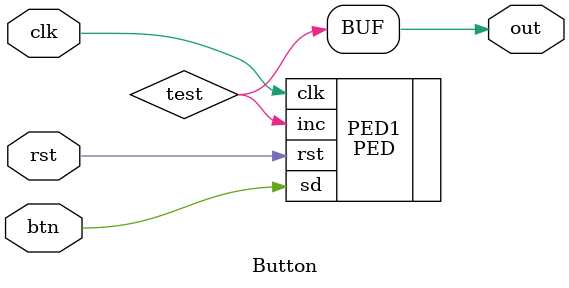
<source format=v>
`timescale 1ns / 1ps
module Button(clk, rst, btn, out);
	input clk, rst, btn;
	output out;
	
	PED PED1	(.clk(clk),
				.rst(rst),
				.inc(test),
				.sd(btn));
				
	assign out = test;

endmodule

</source>
